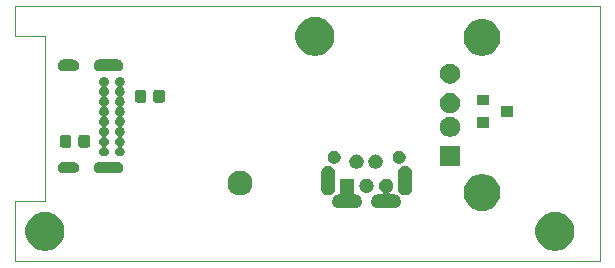
<source format=gbr>
G04 #@! TF.GenerationSoftware,KiCad,Pcbnew,(5.1.2)-1*
G04 #@! TF.CreationDate,2019-06-17T23:04:49-04:00*
G04 #@! TF.ProjectId,REV Type-C V2,52455620-5479-4706-952d-432056322e6b,rev?*
G04 #@! TF.SameCoordinates,Original*
G04 #@! TF.FileFunction,Soldermask,Bot*
G04 #@! TF.FilePolarity,Negative*
%FSLAX46Y46*%
G04 Gerber Fmt 4.6, Leading zero omitted, Abs format (unit mm)*
G04 Created by KiCad (PCBNEW (5.1.2)-1) date 2019-06-17 23:04:49*
%MOMM*%
%LPD*%
G04 APERTURE LIST*
%ADD10C,0.050000*%
%ADD11C,0.100000*%
G04 APERTURE END LIST*
D10*
X55880000Y-22860000D02*
X95250000Y-22860000D01*
X57150000Y-44450000D02*
X95250000Y-44450000D01*
X53340000Y-44450000D02*
X57150000Y-44450000D01*
X53340000Y-22860000D02*
X55880000Y-22860000D01*
X53340000Y-25400000D02*
X53340000Y-22860000D01*
X55880000Y-25400000D02*
X53340000Y-25400000D01*
X55880000Y-39370000D02*
X55880000Y-25400000D01*
X53340000Y-39370000D02*
X55880000Y-39370000D01*
X53340000Y-44450000D02*
X53340000Y-39370000D01*
X102870000Y-44450000D02*
X95250000Y-44450000D01*
X102870000Y-22860000D02*
X102870000Y-44450000D01*
X95250000Y-22860000D02*
X102870000Y-22860000D01*
D11*
G36*
X99435256Y-40301298D02*
G01*
X99541579Y-40322447D01*
X99842042Y-40446903D01*
X100112451Y-40627585D01*
X100342415Y-40857549D01*
X100523097Y-41127958D01*
X100647553Y-41428421D01*
X100711000Y-41747391D01*
X100711000Y-42072609D01*
X100647553Y-42391579D01*
X100523097Y-42692042D01*
X100342415Y-42962451D01*
X100112451Y-43192415D01*
X99842042Y-43373097D01*
X99541579Y-43497553D01*
X99435256Y-43518702D01*
X99222611Y-43561000D01*
X98897389Y-43561000D01*
X98684744Y-43518702D01*
X98578421Y-43497553D01*
X98277958Y-43373097D01*
X98007549Y-43192415D01*
X97777585Y-42962451D01*
X97596903Y-42692042D01*
X97472447Y-42391579D01*
X97409000Y-42072609D01*
X97409000Y-41747391D01*
X97472447Y-41428421D01*
X97596903Y-41127958D01*
X97777585Y-40857549D01*
X98007549Y-40627585D01*
X98277958Y-40446903D01*
X98578421Y-40322447D01*
X98684744Y-40301298D01*
X98897389Y-40259000D01*
X99222611Y-40259000D01*
X99435256Y-40301298D01*
X99435256Y-40301298D01*
G37*
G36*
X56255256Y-40301298D02*
G01*
X56361579Y-40322447D01*
X56662042Y-40446903D01*
X56932451Y-40627585D01*
X57162415Y-40857549D01*
X57343097Y-41127958D01*
X57467553Y-41428421D01*
X57531000Y-41747391D01*
X57531000Y-42072609D01*
X57467553Y-42391579D01*
X57343097Y-42692042D01*
X57162415Y-42962451D01*
X56932451Y-43192415D01*
X56662042Y-43373097D01*
X56361579Y-43497553D01*
X56255256Y-43518702D01*
X56042611Y-43561000D01*
X55717389Y-43561000D01*
X55504744Y-43518702D01*
X55398421Y-43497553D01*
X55097958Y-43373097D01*
X54827549Y-43192415D01*
X54597585Y-42962451D01*
X54416903Y-42692042D01*
X54292447Y-42391579D01*
X54229000Y-42072609D01*
X54229000Y-41747391D01*
X54292447Y-41428421D01*
X54416903Y-41127958D01*
X54597585Y-40857549D01*
X54827549Y-40627585D01*
X55097958Y-40446903D01*
X55398421Y-40322447D01*
X55504744Y-40301298D01*
X55717389Y-40259000D01*
X56042611Y-40259000D01*
X56255256Y-40301298D01*
X56255256Y-40301298D01*
G37*
G36*
X93182585Y-37108802D02*
G01*
X93332410Y-37138604D01*
X93614674Y-37255521D01*
X93868705Y-37425259D01*
X94084741Y-37641295D01*
X94254479Y-37895326D01*
X94371396Y-38177590D01*
X94395648Y-38299515D01*
X94431000Y-38477239D01*
X94431000Y-38782761D01*
X94425171Y-38812063D01*
X94371396Y-39082410D01*
X94254479Y-39364674D01*
X94084741Y-39618705D01*
X93868705Y-39834741D01*
X93614674Y-40004479D01*
X93332410Y-40121396D01*
X93182585Y-40151198D01*
X93032761Y-40181000D01*
X92727239Y-40181000D01*
X92577415Y-40151198D01*
X92427590Y-40121396D01*
X92145326Y-40004479D01*
X91891295Y-39834741D01*
X91675259Y-39618705D01*
X91505521Y-39364674D01*
X91388604Y-39082410D01*
X91334829Y-38812063D01*
X91329000Y-38782761D01*
X91329000Y-38477239D01*
X91364352Y-38299515D01*
X91388604Y-38177590D01*
X91505521Y-37895326D01*
X91675259Y-37641295D01*
X91891295Y-37425259D01*
X92145326Y-37255521D01*
X92427590Y-37138604D01*
X92577415Y-37108802D01*
X92727239Y-37079000D01*
X93032761Y-37079000D01*
X93182585Y-37108802D01*
X93182585Y-37108802D01*
G37*
G36*
X82061000Y-38647974D02*
G01*
X82063402Y-38672360D01*
X82070515Y-38695809D01*
X82082066Y-38717420D01*
X82097611Y-38736362D01*
X82116553Y-38751907D01*
X82138164Y-38763458D01*
X82161613Y-38770571D01*
X82173747Y-38772371D01*
X82227818Y-38777696D01*
X82341105Y-38812062D01*
X82445512Y-38867869D01*
X82537027Y-38942973D01*
X82612131Y-39034488D01*
X82667938Y-39138895D01*
X82702304Y-39252182D01*
X82713907Y-39370000D01*
X82702304Y-39487818D01*
X82667938Y-39601105D01*
X82612131Y-39705512D01*
X82537027Y-39797027D01*
X82445512Y-39872131D01*
X82341105Y-39927938D01*
X82227818Y-39962304D01*
X82139519Y-39971000D01*
X80780481Y-39971000D01*
X80692182Y-39962304D01*
X80578895Y-39927938D01*
X80474488Y-39872131D01*
X80382973Y-39797027D01*
X80307869Y-39705512D01*
X80252062Y-39601105D01*
X80217696Y-39487818D01*
X80206093Y-39370000D01*
X80217696Y-39252182D01*
X80252062Y-39138895D01*
X80307869Y-39034488D01*
X80382973Y-38942973D01*
X80474488Y-38867869D01*
X80578895Y-38812062D01*
X80692182Y-38777696D01*
X80746253Y-38772371D01*
X80770286Y-38767591D01*
X80792925Y-38758213D01*
X80813299Y-38744600D01*
X80830626Y-38727273D01*
X80844240Y-38706898D01*
X80853618Y-38684260D01*
X80858398Y-38660226D01*
X80859000Y-38647974D01*
X80859000Y-37444000D01*
X82061000Y-37444000D01*
X82061000Y-38647974D01*
X82061000Y-38647974D01*
G37*
G36*
X84896601Y-37459397D02*
G01*
X84935305Y-37467096D01*
X84967340Y-37480365D01*
X85044680Y-37512400D01*
X85143115Y-37578173D01*
X85226827Y-37661885D01*
X85292600Y-37760320D01*
X85337904Y-37869696D01*
X85361000Y-37985805D01*
X85361000Y-38104195D01*
X85337904Y-38220304D01*
X85292600Y-38329680D01*
X85226827Y-38428115D01*
X85143114Y-38511828D01*
X85100850Y-38540068D01*
X85081908Y-38555614D01*
X85066363Y-38574556D01*
X85054812Y-38596166D01*
X85047699Y-38619615D01*
X85045297Y-38644001D01*
X85047699Y-38668388D01*
X85054812Y-38691836D01*
X85066363Y-38713447D01*
X85081909Y-38732389D01*
X85100851Y-38747934D01*
X85122461Y-38759485D01*
X85145910Y-38766598D01*
X85170296Y-38769000D01*
X85439519Y-38769000D01*
X85527818Y-38777696D01*
X85641105Y-38812062D01*
X85745512Y-38867869D01*
X85837027Y-38942973D01*
X85912131Y-39034488D01*
X85967938Y-39138895D01*
X86002304Y-39252182D01*
X86013907Y-39370000D01*
X86002304Y-39487818D01*
X85967938Y-39601105D01*
X85912131Y-39705512D01*
X85837027Y-39797027D01*
X85745512Y-39872131D01*
X85641105Y-39927938D01*
X85527818Y-39962304D01*
X85439519Y-39971000D01*
X84080481Y-39971000D01*
X83992182Y-39962304D01*
X83878895Y-39927938D01*
X83774488Y-39872131D01*
X83682973Y-39797027D01*
X83607869Y-39705512D01*
X83552062Y-39601105D01*
X83517696Y-39487818D01*
X83506093Y-39370000D01*
X83517696Y-39252182D01*
X83552062Y-39138895D01*
X83607869Y-39034488D01*
X83682973Y-38942973D01*
X83774488Y-38867869D01*
X83878895Y-38812062D01*
X83992182Y-38777696D01*
X84080481Y-38769000D01*
X84349704Y-38769000D01*
X84374090Y-38766598D01*
X84397539Y-38759485D01*
X84419150Y-38747934D01*
X84438092Y-38732389D01*
X84453637Y-38713447D01*
X84465188Y-38691836D01*
X84472301Y-38668387D01*
X84474703Y-38644001D01*
X84472301Y-38619615D01*
X84465188Y-38596166D01*
X84453637Y-38574555D01*
X84438092Y-38555613D01*
X84419150Y-38540068D01*
X84376886Y-38511828D01*
X84293173Y-38428115D01*
X84227400Y-38329680D01*
X84182096Y-38220304D01*
X84159000Y-38104195D01*
X84159000Y-37985805D01*
X84182096Y-37869696D01*
X84227400Y-37760320D01*
X84293173Y-37661885D01*
X84376885Y-37578173D01*
X84475320Y-37512400D01*
X84552660Y-37480365D01*
X84584695Y-37467096D01*
X84623399Y-37459397D01*
X84700805Y-37444000D01*
X84819195Y-37444000D01*
X84896601Y-37459397D01*
X84896601Y-37459397D01*
G37*
G36*
X79977817Y-36377696D02*
G01*
X80091104Y-36412062D01*
X80195511Y-36467869D01*
X80195513Y-36467870D01*
X80195512Y-36467870D01*
X80287027Y-36542973D01*
X80350711Y-36620572D01*
X80362131Y-36634488D01*
X80417938Y-36738895D01*
X80452304Y-36852182D01*
X80461000Y-36940481D01*
X80461000Y-38299519D01*
X80452304Y-38387818D01*
X80417938Y-38501105D01*
X80362131Y-38605512D01*
X80287027Y-38697027D01*
X80195512Y-38772131D01*
X80091105Y-38827938D01*
X79977818Y-38862304D01*
X79860000Y-38873907D01*
X79742183Y-38862304D01*
X79628896Y-38827938D01*
X79524489Y-38772131D01*
X79432974Y-38697027D01*
X79357870Y-38605512D01*
X79302063Y-38501105D01*
X79267697Y-38387818D01*
X79259001Y-38299519D01*
X79259000Y-36940482D01*
X79267696Y-36852183D01*
X79302062Y-36738896D01*
X79357869Y-36634489D01*
X79408410Y-36572904D01*
X79432973Y-36542973D01*
X79524487Y-36467870D01*
X79524486Y-36467870D01*
X79524488Y-36467869D01*
X79628895Y-36412062D01*
X79742182Y-36377696D01*
X79860000Y-36366093D01*
X79977817Y-36377696D01*
X79977817Y-36377696D01*
G37*
G36*
X86477817Y-36377696D02*
G01*
X86591104Y-36412062D01*
X86695511Y-36467869D01*
X86695513Y-36467870D01*
X86695512Y-36467870D01*
X86787027Y-36542973D01*
X86850711Y-36620572D01*
X86862131Y-36634488D01*
X86917938Y-36738895D01*
X86952304Y-36852182D01*
X86961000Y-36940481D01*
X86961000Y-38299519D01*
X86952304Y-38387818D01*
X86917938Y-38501105D01*
X86862131Y-38605512D01*
X86787027Y-38697027D01*
X86695512Y-38772131D01*
X86591105Y-38827938D01*
X86477818Y-38862304D01*
X86360000Y-38873907D01*
X86242183Y-38862304D01*
X86128896Y-38827938D01*
X86024489Y-38772131D01*
X85932974Y-38697027D01*
X85857870Y-38605512D01*
X85802063Y-38501105D01*
X85767697Y-38387818D01*
X85759001Y-38299519D01*
X85759000Y-36940482D01*
X85767696Y-36852183D01*
X85802062Y-36738896D01*
X85857869Y-36634489D01*
X85908410Y-36572904D01*
X85932973Y-36542973D01*
X86024487Y-36467870D01*
X86024486Y-36467870D01*
X86024488Y-36467869D01*
X86128895Y-36412062D01*
X86242182Y-36377696D01*
X86360000Y-36366093D01*
X86477817Y-36377696D01*
X86477817Y-36377696D01*
G37*
G36*
X72696564Y-36809338D02*
G01*
X72887833Y-36888564D01*
X72887835Y-36888565D01*
X72965540Y-36940486D01*
X73059973Y-37003584D01*
X73206365Y-37149976D01*
X73321385Y-37322116D01*
X73400611Y-37513385D01*
X73441000Y-37716433D01*
X73441000Y-37923465D01*
X73400611Y-38126513D01*
X73361761Y-38220305D01*
X73321384Y-38317784D01*
X73206365Y-38489922D01*
X73059973Y-38636314D01*
X72887835Y-38751333D01*
X72887834Y-38751334D01*
X72887833Y-38751334D01*
X72696564Y-38830560D01*
X72493516Y-38870949D01*
X72286484Y-38870949D01*
X72083436Y-38830560D01*
X71892167Y-38751334D01*
X71892166Y-38751334D01*
X71892165Y-38751333D01*
X71720027Y-38636314D01*
X71573635Y-38489922D01*
X71458616Y-38317784D01*
X71418239Y-38220305D01*
X71379389Y-38126513D01*
X71339000Y-37923465D01*
X71339000Y-37716433D01*
X71379389Y-37513385D01*
X71458615Y-37322116D01*
X71573635Y-37149976D01*
X71720027Y-37003584D01*
X71814460Y-36940486D01*
X71892165Y-36888565D01*
X71892167Y-36888564D01*
X72083436Y-36809338D01*
X72286484Y-36768949D01*
X72493516Y-36768949D01*
X72696564Y-36809338D01*
X72696564Y-36809338D01*
G37*
G36*
X83246601Y-37459397D02*
G01*
X83285305Y-37467096D01*
X83317340Y-37480365D01*
X83394680Y-37512400D01*
X83493115Y-37578173D01*
X83576827Y-37661885D01*
X83642600Y-37760320D01*
X83687904Y-37869696D01*
X83711000Y-37985805D01*
X83711000Y-38104195D01*
X83687904Y-38220304D01*
X83642600Y-38329680D01*
X83576827Y-38428115D01*
X83493115Y-38511827D01*
X83394680Y-38577600D01*
X83317340Y-38609635D01*
X83285305Y-38622904D01*
X83246601Y-38630603D01*
X83169195Y-38646000D01*
X83050805Y-38646000D01*
X82973399Y-38630603D01*
X82934695Y-38622904D01*
X82902660Y-38609635D01*
X82825320Y-38577600D01*
X82726885Y-38511827D01*
X82643173Y-38428115D01*
X82577400Y-38329680D01*
X82532096Y-38220304D01*
X82509000Y-38104195D01*
X82509000Y-37985805D01*
X82532096Y-37869696D01*
X82577400Y-37760320D01*
X82643173Y-37661885D01*
X82726885Y-37578173D01*
X82825320Y-37512400D01*
X82902660Y-37480365D01*
X82934695Y-37467096D01*
X82973399Y-37459397D01*
X83050805Y-37444000D01*
X83169195Y-37444000D01*
X83246601Y-37459397D01*
X83246601Y-37459397D01*
G37*
G36*
X58368213Y-36016249D02*
G01*
X58462652Y-36044897D01*
X58549687Y-36091418D01*
X58625975Y-36154025D01*
X58688582Y-36230313D01*
X58735103Y-36317348D01*
X58763751Y-36411787D01*
X58773424Y-36510000D01*
X58763751Y-36608213D01*
X58735103Y-36702652D01*
X58688582Y-36789687D01*
X58625975Y-36865975D01*
X58549687Y-36928582D01*
X58462652Y-36975103D01*
X58368213Y-37003751D01*
X58294612Y-37011000D01*
X57445388Y-37011000D01*
X57371787Y-37003751D01*
X57277348Y-36975103D01*
X57190313Y-36928582D01*
X57114025Y-36865975D01*
X57051418Y-36789687D01*
X57004897Y-36702652D01*
X56976249Y-36608213D01*
X56966576Y-36510000D01*
X56976249Y-36411787D01*
X57004897Y-36317348D01*
X57051418Y-36230313D01*
X57114025Y-36154025D01*
X57190313Y-36091418D01*
X57277348Y-36044897D01*
X57371787Y-36016249D01*
X57445388Y-36009000D01*
X58294612Y-36009000D01*
X58368213Y-36016249D01*
X58368213Y-36016249D01*
G37*
G36*
X62098213Y-36016249D02*
G01*
X62192652Y-36044897D01*
X62279687Y-36091418D01*
X62355975Y-36154025D01*
X62418582Y-36230313D01*
X62465103Y-36317348D01*
X62493751Y-36411787D01*
X62503424Y-36510000D01*
X62493751Y-36608213D01*
X62465103Y-36702652D01*
X62418582Y-36789687D01*
X62355975Y-36865975D01*
X62279687Y-36928582D01*
X62192652Y-36975103D01*
X62098213Y-37003751D01*
X62024612Y-37011000D01*
X60475388Y-37011000D01*
X60401787Y-37003751D01*
X60307348Y-36975103D01*
X60220313Y-36928582D01*
X60144025Y-36865975D01*
X60081418Y-36789687D01*
X60034897Y-36702652D01*
X60006249Y-36608213D01*
X59996576Y-36510000D01*
X60006249Y-36411787D01*
X60034897Y-36317348D01*
X60081418Y-36230313D01*
X60144025Y-36154025D01*
X60220313Y-36091418D01*
X60307348Y-36044897D01*
X60401787Y-36016249D01*
X60475388Y-36009000D01*
X62024612Y-36009000D01*
X62098213Y-36016249D01*
X62098213Y-36016249D01*
G37*
G36*
X82396601Y-35409397D02*
G01*
X82435305Y-35417096D01*
X82467340Y-35430365D01*
X82544680Y-35462400D01*
X82643115Y-35528173D01*
X82726827Y-35611885D01*
X82792600Y-35710320D01*
X82837904Y-35819696D01*
X82861000Y-35935805D01*
X82861000Y-36054195D01*
X82837904Y-36170304D01*
X82792600Y-36279680D01*
X82726827Y-36378115D01*
X82643115Y-36461827D01*
X82544680Y-36527600D01*
X82467340Y-36559635D01*
X82435305Y-36572904D01*
X82396601Y-36580603D01*
X82319195Y-36596000D01*
X82200805Y-36596000D01*
X82123399Y-36580603D01*
X82084695Y-36572904D01*
X82052660Y-36559635D01*
X81975320Y-36527600D01*
X81876885Y-36461827D01*
X81793173Y-36378115D01*
X81727400Y-36279680D01*
X81682096Y-36170304D01*
X81659000Y-36054195D01*
X81659000Y-35935805D01*
X81682096Y-35819696D01*
X81727400Y-35710320D01*
X81793173Y-35611885D01*
X81876885Y-35528173D01*
X81975320Y-35462400D01*
X82052660Y-35430365D01*
X82084695Y-35417096D01*
X82123399Y-35409397D01*
X82200805Y-35394000D01*
X82319195Y-35394000D01*
X82396601Y-35409397D01*
X82396601Y-35409397D01*
G37*
G36*
X83996601Y-35409397D02*
G01*
X84035305Y-35417096D01*
X84067340Y-35430365D01*
X84144680Y-35462400D01*
X84243115Y-35528173D01*
X84326827Y-35611885D01*
X84392600Y-35710320D01*
X84437904Y-35819696D01*
X84461000Y-35935805D01*
X84461000Y-36054195D01*
X84437904Y-36170304D01*
X84392600Y-36279680D01*
X84326827Y-36378115D01*
X84243115Y-36461827D01*
X84144680Y-36527600D01*
X84067340Y-36559635D01*
X84035305Y-36572904D01*
X83996601Y-36580603D01*
X83919195Y-36596000D01*
X83800805Y-36596000D01*
X83723399Y-36580603D01*
X83684695Y-36572904D01*
X83652660Y-36559635D01*
X83575320Y-36527600D01*
X83476885Y-36461827D01*
X83393173Y-36378115D01*
X83327400Y-36279680D01*
X83282096Y-36170304D01*
X83259000Y-36054195D01*
X83259000Y-35935805D01*
X83282096Y-35819696D01*
X83327400Y-35710320D01*
X83393173Y-35611885D01*
X83476885Y-35528173D01*
X83575320Y-35462400D01*
X83652660Y-35430365D01*
X83684695Y-35417096D01*
X83723399Y-35409397D01*
X83800805Y-35394000D01*
X83919195Y-35394000D01*
X83996601Y-35409397D01*
X83996601Y-35409397D01*
G37*
G36*
X91021000Y-36411000D02*
G01*
X89319000Y-36411000D01*
X89319000Y-34709000D01*
X91021000Y-34709000D01*
X91021000Y-36411000D01*
X91021000Y-36411000D01*
G37*
G36*
X80520721Y-35095174D02*
G01*
X80620995Y-35136709D01*
X80620996Y-35136710D01*
X80711242Y-35197010D01*
X80787990Y-35273758D01*
X80790134Y-35276967D01*
X80848291Y-35364005D01*
X80889826Y-35464279D01*
X80911000Y-35570730D01*
X80911000Y-35679270D01*
X80889826Y-35785721D01*
X80848291Y-35885995D01*
X80848290Y-35885996D01*
X80787990Y-35976242D01*
X80711242Y-36052990D01*
X80665812Y-36083345D01*
X80620995Y-36113291D01*
X80520721Y-36154826D01*
X80414270Y-36176000D01*
X80305730Y-36176000D01*
X80199279Y-36154826D01*
X80099005Y-36113291D01*
X80054188Y-36083345D01*
X80008758Y-36052990D01*
X79932010Y-35976242D01*
X79871710Y-35885996D01*
X79871709Y-35885995D01*
X79830174Y-35785721D01*
X79809000Y-35679270D01*
X79809000Y-35570730D01*
X79830174Y-35464279D01*
X79871709Y-35364005D01*
X79929866Y-35276967D01*
X79932010Y-35273758D01*
X80008758Y-35197010D01*
X80099004Y-35136710D01*
X80099005Y-35136709D01*
X80199279Y-35095174D01*
X80305730Y-35074000D01*
X80414270Y-35074000D01*
X80520721Y-35095174D01*
X80520721Y-35095174D01*
G37*
G36*
X86020721Y-35095174D02*
G01*
X86120995Y-35136709D01*
X86120996Y-35136710D01*
X86211242Y-35197010D01*
X86287990Y-35273758D01*
X86290134Y-35276967D01*
X86348291Y-35364005D01*
X86389826Y-35464279D01*
X86411000Y-35570730D01*
X86411000Y-35679270D01*
X86389826Y-35785721D01*
X86348291Y-35885995D01*
X86348290Y-35885996D01*
X86287990Y-35976242D01*
X86211242Y-36052990D01*
X86165812Y-36083345D01*
X86120995Y-36113291D01*
X86020721Y-36154826D01*
X85914270Y-36176000D01*
X85805730Y-36176000D01*
X85699279Y-36154826D01*
X85599005Y-36113291D01*
X85554188Y-36083345D01*
X85508758Y-36052990D01*
X85432010Y-35976242D01*
X85371710Y-35885996D01*
X85371709Y-35885995D01*
X85330174Y-35785721D01*
X85309000Y-35679270D01*
X85309000Y-35570730D01*
X85330174Y-35464279D01*
X85371709Y-35364005D01*
X85429866Y-35276967D01*
X85432010Y-35273758D01*
X85508758Y-35197010D01*
X85599004Y-35136710D01*
X85599005Y-35136709D01*
X85699279Y-35095174D01*
X85805730Y-35074000D01*
X85914270Y-35074000D01*
X86020721Y-35095174D01*
X86020721Y-35095174D01*
G37*
G36*
X60958231Y-28816705D02*
G01*
X60996967Y-28824410D01*
X61027195Y-28836931D01*
X61069944Y-28854638D01*
X61135622Y-28898523D01*
X61191477Y-28954378D01*
X61235362Y-29020056D01*
X61265590Y-29093034D01*
X61281000Y-29170504D01*
X61281000Y-29249496D01*
X61265590Y-29326966D01*
X61235362Y-29399944D01*
X61191477Y-29465622D01*
X61135621Y-29521478D01*
X61121270Y-29531067D01*
X61102328Y-29546613D01*
X61086783Y-29565555D01*
X61075232Y-29587165D01*
X61068119Y-29610614D01*
X61065717Y-29635001D01*
X61068119Y-29659387D01*
X61075232Y-29682836D01*
X61086783Y-29704446D01*
X61102329Y-29723388D01*
X61121270Y-29738933D01*
X61135621Y-29748522D01*
X61191477Y-29804378D01*
X61235362Y-29870056D01*
X61265590Y-29943034D01*
X61281000Y-30020504D01*
X61281000Y-30099496D01*
X61265590Y-30176966D01*
X61235362Y-30249944D01*
X61191477Y-30315622D01*
X61135621Y-30371478D01*
X61121270Y-30381067D01*
X61102328Y-30396613D01*
X61086783Y-30415555D01*
X61075232Y-30437165D01*
X61068119Y-30460614D01*
X61065717Y-30485001D01*
X61068119Y-30509387D01*
X61075232Y-30532836D01*
X61086783Y-30554446D01*
X61102329Y-30573388D01*
X61121270Y-30588933D01*
X61135621Y-30598522D01*
X61191477Y-30654378D01*
X61235362Y-30720056D01*
X61265590Y-30793034D01*
X61281000Y-30870504D01*
X61281000Y-30949496D01*
X61275691Y-30976184D01*
X61269761Y-31006000D01*
X61265590Y-31026966D01*
X61235362Y-31099944D01*
X61191477Y-31165622D01*
X61135621Y-31221478D01*
X61121270Y-31231067D01*
X61102328Y-31246613D01*
X61086783Y-31265555D01*
X61075232Y-31287165D01*
X61068119Y-31310614D01*
X61065717Y-31335001D01*
X61068119Y-31359387D01*
X61075232Y-31382836D01*
X61086783Y-31404446D01*
X61102329Y-31423388D01*
X61121270Y-31438933D01*
X61135621Y-31448522D01*
X61191477Y-31504378D01*
X61235362Y-31570056D01*
X61265590Y-31643034D01*
X61281000Y-31720504D01*
X61281000Y-31799496D01*
X61265590Y-31876966D01*
X61235362Y-31949944D01*
X61191477Y-32015622D01*
X61135621Y-32071478D01*
X61121270Y-32081067D01*
X61102328Y-32096613D01*
X61086783Y-32115555D01*
X61075232Y-32137165D01*
X61068119Y-32160614D01*
X61065717Y-32185001D01*
X61068119Y-32209387D01*
X61075232Y-32232836D01*
X61086783Y-32254446D01*
X61102329Y-32273388D01*
X61121270Y-32288933D01*
X61135621Y-32298522D01*
X61191477Y-32354378D01*
X61235362Y-32420056D01*
X61253069Y-32462805D01*
X61265590Y-32493033D01*
X61270461Y-32517520D01*
X61281000Y-32570504D01*
X61281000Y-32649496D01*
X61265590Y-32726966D01*
X61235362Y-32799944D01*
X61191477Y-32865622D01*
X61135621Y-32921478D01*
X61121270Y-32931067D01*
X61102328Y-32946613D01*
X61086783Y-32965555D01*
X61075232Y-32987165D01*
X61068119Y-33010614D01*
X61065717Y-33035001D01*
X61068119Y-33059387D01*
X61075232Y-33082836D01*
X61086783Y-33104446D01*
X61102329Y-33123388D01*
X61121270Y-33138933D01*
X61135621Y-33148522D01*
X61191477Y-33204378D01*
X61235362Y-33270056D01*
X61265590Y-33343034D01*
X61281000Y-33420504D01*
X61281000Y-33499496D01*
X61265590Y-33576966D01*
X61235362Y-33649944D01*
X61191477Y-33715622D01*
X61135621Y-33771478D01*
X61121270Y-33781067D01*
X61102328Y-33796613D01*
X61086783Y-33815555D01*
X61075232Y-33837165D01*
X61068119Y-33860614D01*
X61065717Y-33885001D01*
X61068119Y-33909387D01*
X61075232Y-33932836D01*
X61086783Y-33954446D01*
X61102329Y-33973388D01*
X61121270Y-33988933D01*
X61135621Y-33998522D01*
X61191477Y-34054378D01*
X61235362Y-34120056D01*
X61265590Y-34193034D01*
X61281000Y-34270504D01*
X61281000Y-34349496D01*
X61265590Y-34426966D01*
X61235362Y-34499944D01*
X61191477Y-34565622D01*
X61135621Y-34621478D01*
X61121270Y-34631067D01*
X61102328Y-34646613D01*
X61086783Y-34665555D01*
X61075232Y-34687165D01*
X61068119Y-34710614D01*
X61065717Y-34735001D01*
X61068119Y-34759387D01*
X61075232Y-34782836D01*
X61086783Y-34804446D01*
X61102329Y-34823388D01*
X61121270Y-34838933D01*
X61135621Y-34848522D01*
X61191477Y-34904378D01*
X61235362Y-34970056D01*
X61265590Y-35043034D01*
X61281000Y-35120504D01*
X61281000Y-35199496D01*
X61265590Y-35276966D01*
X61235362Y-35349944D01*
X61191477Y-35415622D01*
X61135622Y-35471477D01*
X61069944Y-35515362D01*
X61039015Y-35528173D01*
X60996967Y-35545590D01*
X60958231Y-35553295D01*
X60919496Y-35561000D01*
X60840504Y-35561000D01*
X60801769Y-35553295D01*
X60763033Y-35545590D01*
X60720985Y-35528173D01*
X60690056Y-35515362D01*
X60624378Y-35471477D01*
X60568523Y-35415622D01*
X60524638Y-35349944D01*
X60494410Y-35276966D01*
X60479000Y-35199496D01*
X60479000Y-35120504D01*
X60494410Y-35043034D01*
X60524638Y-34970056D01*
X60568523Y-34904378D01*
X60624379Y-34848522D01*
X60638730Y-34838933D01*
X60657672Y-34823387D01*
X60673217Y-34804445D01*
X60684768Y-34782835D01*
X60691881Y-34759386D01*
X60694283Y-34734999D01*
X60691881Y-34710613D01*
X60684768Y-34687164D01*
X60673217Y-34665554D01*
X60657671Y-34646612D01*
X60638730Y-34631067D01*
X60624379Y-34621478D01*
X60568523Y-34565622D01*
X60524638Y-34499944D01*
X60494410Y-34426966D01*
X60479000Y-34349496D01*
X60479000Y-34270504D01*
X60494410Y-34193034D01*
X60524638Y-34120056D01*
X60568523Y-34054378D01*
X60624379Y-33998522D01*
X60638730Y-33988933D01*
X60657672Y-33973387D01*
X60673217Y-33954445D01*
X60684768Y-33932835D01*
X60691881Y-33909386D01*
X60694283Y-33884999D01*
X60691881Y-33860613D01*
X60684768Y-33837164D01*
X60673217Y-33815554D01*
X60657671Y-33796612D01*
X60638730Y-33781067D01*
X60624379Y-33771478D01*
X60568523Y-33715622D01*
X60524638Y-33649944D01*
X60494410Y-33576966D01*
X60479000Y-33499496D01*
X60479000Y-33420504D01*
X60494410Y-33343034D01*
X60524638Y-33270056D01*
X60568523Y-33204378D01*
X60624379Y-33148522D01*
X60638730Y-33138933D01*
X60657672Y-33123387D01*
X60673217Y-33104445D01*
X60684768Y-33082835D01*
X60691881Y-33059386D01*
X60694283Y-33034999D01*
X60691881Y-33010613D01*
X60684768Y-32987164D01*
X60673217Y-32965554D01*
X60657671Y-32946612D01*
X60638730Y-32931067D01*
X60624379Y-32921478D01*
X60568523Y-32865622D01*
X60524638Y-32799944D01*
X60494410Y-32726966D01*
X60479000Y-32649496D01*
X60479000Y-32570504D01*
X60489539Y-32517520D01*
X60494410Y-32493033D01*
X60506931Y-32462805D01*
X60524638Y-32420056D01*
X60568523Y-32354378D01*
X60624379Y-32298522D01*
X60638730Y-32288933D01*
X60657672Y-32273387D01*
X60673217Y-32254445D01*
X60684768Y-32232835D01*
X60691881Y-32209386D01*
X60694283Y-32184999D01*
X60691881Y-32160613D01*
X60684768Y-32137164D01*
X60673217Y-32115554D01*
X60657671Y-32096612D01*
X60638730Y-32081067D01*
X60624379Y-32071478D01*
X60568523Y-32015622D01*
X60524638Y-31949944D01*
X60494410Y-31876966D01*
X60479000Y-31799496D01*
X60479000Y-31720504D01*
X60494410Y-31643034D01*
X60524638Y-31570056D01*
X60568523Y-31504378D01*
X60624379Y-31448522D01*
X60638730Y-31438933D01*
X60657672Y-31423387D01*
X60673217Y-31404445D01*
X60684768Y-31382835D01*
X60691881Y-31359386D01*
X60694283Y-31334999D01*
X60691881Y-31310613D01*
X60684768Y-31287164D01*
X60673217Y-31265554D01*
X60657671Y-31246612D01*
X60638730Y-31231067D01*
X60624379Y-31221478D01*
X60568523Y-31165622D01*
X60524638Y-31099944D01*
X60494410Y-31026966D01*
X60490240Y-31006000D01*
X60484309Y-30976184D01*
X60479000Y-30949496D01*
X60479000Y-30870504D01*
X60494410Y-30793034D01*
X60524638Y-30720056D01*
X60568523Y-30654378D01*
X60624379Y-30598522D01*
X60638730Y-30588933D01*
X60657672Y-30573387D01*
X60673217Y-30554445D01*
X60684768Y-30532835D01*
X60691881Y-30509386D01*
X60694283Y-30484999D01*
X60691881Y-30460613D01*
X60684768Y-30437164D01*
X60673217Y-30415554D01*
X60657671Y-30396612D01*
X60638730Y-30381067D01*
X60624379Y-30371478D01*
X60568523Y-30315622D01*
X60524638Y-30249944D01*
X60494410Y-30176966D01*
X60479000Y-30099496D01*
X60479000Y-30020504D01*
X60494410Y-29943034D01*
X60524638Y-29870056D01*
X60568523Y-29804378D01*
X60624379Y-29748522D01*
X60638730Y-29738933D01*
X60657672Y-29723387D01*
X60673217Y-29704445D01*
X60684768Y-29682835D01*
X60691881Y-29659386D01*
X60694283Y-29634999D01*
X60691881Y-29610613D01*
X60684768Y-29587164D01*
X60673217Y-29565554D01*
X60657671Y-29546612D01*
X60638730Y-29531067D01*
X60624379Y-29521478D01*
X60568523Y-29465622D01*
X60524638Y-29399944D01*
X60494410Y-29326966D01*
X60479000Y-29249496D01*
X60479000Y-29170504D01*
X60494410Y-29093034D01*
X60524638Y-29020056D01*
X60568523Y-28954378D01*
X60624378Y-28898523D01*
X60690056Y-28854638D01*
X60732805Y-28836931D01*
X60763033Y-28824410D01*
X60801769Y-28816705D01*
X60840504Y-28809000D01*
X60919496Y-28809000D01*
X60958231Y-28816705D01*
X60958231Y-28816705D01*
G37*
G36*
X62308231Y-28816705D02*
G01*
X62346967Y-28824410D01*
X62377195Y-28836931D01*
X62419944Y-28854638D01*
X62485622Y-28898523D01*
X62541477Y-28954378D01*
X62585362Y-29020056D01*
X62615590Y-29093034D01*
X62631000Y-29170504D01*
X62631000Y-29249496D01*
X62615590Y-29326966D01*
X62585362Y-29399944D01*
X62541477Y-29465622D01*
X62485621Y-29521478D01*
X62471270Y-29531067D01*
X62452328Y-29546613D01*
X62436783Y-29565555D01*
X62425232Y-29587165D01*
X62418119Y-29610614D01*
X62415717Y-29635001D01*
X62418119Y-29659387D01*
X62425232Y-29682836D01*
X62436783Y-29704446D01*
X62452329Y-29723388D01*
X62471270Y-29738933D01*
X62485621Y-29748522D01*
X62541477Y-29804378D01*
X62585362Y-29870056D01*
X62615590Y-29943034D01*
X62631000Y-30020504D01*
X62631000Y-30099496D01*
X62615590Y-30176966D01*
X62585362Y-30249944D01*
X62541477Y-30315622D01*
X62485621Y-30371478D01*
X62471270Y-30381067D01*
X62452328Y-30396613D01*
X62436783Y-30415555D01*
X62425232Y-30437165D01*
X62418119Y-30460614D01*
X62415717Y-30485001D01*
X62418119Y-30509387D01*
X62425232Y-30532836D01*
X62436783Y-30554446D01*
X62452329Y-30573388D01*
X62471270Y-30588933D01*
X62485621Y-30598522D01*
X62541477Y-30654378D01*
X62585362Y-30720056D01*
X62615590Y-30793034D01*
X62631000Y-30870504D01*
X62631000Y-30949496D01*
X62625691Y-30976184D01*
X62619761Y-31006000D01*
X62615590Y-31026966D01*
X62585362Y-31099944D01*
X62541477Y-31165622D01*
X62485621Y-31221478D01*
X62471270Y-31231067D01*
X62452328Y-31246613D01*
X62436783Y-31265555D01*
X62425232Y-31287165D01*
X62418119Y-31310614D01*
X62415717Y-31335001D01*
X62418119Y-31359387D01*
X62425232Y-31382836D01*
X62436783Y-31404446D01*
X62452329Y-31423388D01*
X62471270Y-31438933D01*
X62485621Y-31448522D01*
X62541477Y-31504378D01*
X62585362Y-31570056D01*
X62615590Y-31643034D01*
X62631000Y-31720504D01*
X62631000Y-31799496D01*
X62615590Y-31876966D01*
X62585362Y-31949944D01*
X62541477Y-32015622D01*
X62485621Y-32071478D01*
X62471270Y-32081067D01*
X62452328Y-32096613D01*
X62436783Y-32115555D01*
X62425232Y-32137165D01*
X62418119Y-32160614D01*
X62415717Y-32185001D01*
X62418119Y-32209387D01*
X62425232Y-32232836D01*
X62436783Y-32254446D01*
X62452329Y-32273388D01*
X62471270Y-32288933D01*
X62485621Y-32298522D01*
X62541477Y-32354378D01*
X62585362Y-32420056D01*
X62603069Y-32462805D01*
X62615590Y-32493033D01*
X62620461Y-32517520D01*
X62631000Y-32570504D01*
X62631000Y-32649496D01*
X62615590Y-32726966D01*
X62585362Y-32799944D01*
X62541477Y-32865622D01*
X62485621Y-32921478D01*
X62471270Y-32931067D01*
X62452328Y-32946613D01*
X62436783Y-32965555D01*
X62425232Y-32987165D01*
X62418119Y-33010614D01*
X62415717Y-33035001D01*
X62418119Y-33059387D01*
X62425232Y-33082836D01*
X62436783Y-33104446D01*
X62452329Y-33123388D01*
X62471270Y-33138933D01*
X62485621Y-33148522D01*
X62541477Y-33204378D01*
X62585362Y-33270056D01*
X62615590Y-33343034D01*
X62631000Y-33420504D01*
X62631000Y-33499496D01*
X62615590Y-33576966D01*
X62585362Y-33649944D01*
X62541477Y-33715622D01*
X62485621Y-33771478D01*
X62471270Y-33781067D01*
X62452328Y-33796613D01*
X62436783Y-33815555D01*
X62425232Y-33837165D01*
X62418119Y-33860614D01*
X62415717Y-33885001D01*
X62418119Y-33909387D01*
X62425232Y-33932836D01*
X62436783Y-33954446D01*
X62452329Y-33973388D01*
X62471270Y-33988933D01*
X62485621Y-33998522D01*
X62541477Y-34054378D01*
X62585362Y-34120056D01*
X62615590Y-34193034D01*
X62631000Y-34270504D01*
X62631000Y-34349496D01*
X62615590Y-34426966D01*
X62585362Y-34499944D01*
X62541477Y-34565622D01*
X62485621Y-34621478D01*
X62471270Y-34631067D01*
X62452328Y-34646613D01*
X62436783Y-34665555D01*
X62425232Y-34687165D01*
X62418119Y-34710614D01*
X62415717Y-34735001D01*
X62418119Y-34759387D01*
X62425232Y-34782836D01*
X62436783Y-34804446D01*
X62452329Y-34823388D01*
X62471270Y-34838933D01*
X62485621Y-34848522D01*
X62541477Y-34904378D01*
X62585362Y-34970056D01*
X62615590Y-35043034D01*
X62631000Y-35120504D01*
X62631000Y-35199496D01*
X62615590Y-35276966D01*
X62585362Y-35349944D01*
X62541477Y-35415622D01*
X62485622Y-35471477D01*
X62419944Y-35515362D01*
X62389015Y-35528173D01*
X62346967Y-35545590D01*
X62308231Y-35553295D01*
X62269496Y-35561000D01*
X62190504Y-35561000D01*
X62151769Y-35553295D01*
X62113033Y-35545590D01*
X62070985Y-35528173D01*
X62040056Y-35515362D01*
X61974378Y-35471477D01*
X61918523Y-35415622D01*
X61874638Y-35349944D01*
X61844410Y-35276966D01*
X61829000Y-35199496D01*
X61829000Y-35120504D01*
X61844410Y-35043034D01*
X61874638Y-34970056D01*
X61918523Y-34904378D01*
X61974379Y-34848522D01*
X61988730Y-34838933D01*
X62007672Y-34823387D01*
X62023217Y-34804445D01*
X62034768Y-34782835D01*
X62041881Y-34759386D01*
X62044283Y-34734999D01*
X62041881Y-34710613D01*
X62034768Y-34687164D01*
X62023217Y-34665554D01*
X62007671Y-34646612D01*
X61988730Y-34631067D01*
X61974379Y-34621478D01*
X61918523Y-34565622D01*
X61874638Y-34499944D01*
X61844410Y-34426966D01*
X61829000Y-34349496D01*
X61829000Y-34270504D01*
X61844410Y-34193034D01*
X61874638Y-34120056D01*
X61918523Y-34054378D01*
X61974379Y-33998522D01*
X61988730Y-33988933D01*
X62007672Y-33973387D01*
X62023217Y-33954445D01*
X62034768Y-33932835D01*
X62041881Y-33909386D01*
X62044283Y-33884999D01*
X62041881Y-33860613D01*
X62034768Y-33837164D01*
X62023217Y-33815554D01*
X62007671Y-33796612D01*
X61988730Y-33781067D01*
X61974379Y-33771478D01*
X61918523Y-33715622D01*
X61874638Y-33649944D01*
X61844410Y-33576966D01*
X61829000Y-33499496D01*
X61829000Y-33420504D01*
X61844410Y-33343034D01*
X61874638Y-33270056D01*
X61918523Y-33204378D01*
X61974379Y-33148522D01*
X61988730Y-33138933D01*
X62007672Y-33123387D01*
X62023217Y-33104445D01*
X62034768Y-33082835D01*
X62041881Y-33059386D01*
X62044283Y-33034999D01*
X62041881Y-33010613D01*
X62034768Y-32987164D01*
X62023217Y-32965554D01*
X62007671Y-32946612D01*
X61988730Y-32931067D01*
X61974379Y-32921478D01*
X61918523Y-32865622D01*
X61874638Y-32799944D01*
X61844410Y-32726966D01*
X61829000Y-32649496D01*
X61829000Y-32570504D01*
X61839539Y-32517520D01*
X61844410Y-32493033D01*
X61856931Y-32462805D01*
X61874638Y-32420056D01*
X61918523Y-32354378D01*
X61974379Y-32298522D01*
X61988730Y-32288933D01*
X62007672Y-32273387D01*
X62023217Y-32254445D01*
X62034768Y-32232835D01*
X62041881Y-32209386D01*
X62044283Y-32184999D01*
X62041881Y-32160613D01*
X62034768Y-32137164D01*
X62023217Y-32115554D01*
X62007671Y-32096612D01*
X61988730Y-32081067D01*
X61974379Y-32071478D01*
X61918523Y-32015622D01*
X61874638Y-31949944D01*
X61844410Y-31876966D01*
X61829000Y-31799496D01*
X61829000Y-31720504D01*
X61844410Y-31643034D01*
X61874638Y-31570056D01*
X61918523Y-31504378D01*
X61974379Y-31448522D01*
X61988730Y-31438933D01*
X62007672Y-31423387D01*
X62023217Y-31404445D01*
X62034768Y-31382835D01*
X62041881Y-31359386D01*
X62044283Y-31334999D01*
X62041881Y-31310613D01*
X62034768Y-31287164D01*
X62023217Y-31265554D01*
X62007671Y-31246612D01*
X61988730Y-31231067D01*
X61974379Y-31221478D01*
X61918523Y-31165622D01*
X61874638Y-31099944D01*
X61844410Y-31026966D01*
X61840240Y-31006000D01*
X61834309Y-30976184D01*
X61829000Y-30949496D01*
X61829000Y-30870504D01*
X61844410Y-30793034D01*
X61874638Y-30720056D01*
X61918523Y-30654378D01*
X61974379Y-30598522D01*
X61988730Y-30588933D01*
X62007672Y-30573387D01*
X62023217Y-30554445D01*
X62034768Y-30532835D01*
X62041881Y-30509386D01*
X62044283Y-30484999D01*
X62041881Y-30460613D01*
X62034768Y-30437164D01*
X62023217Y-30415554D01*
X62007671Y-30396612D01*
X61988730Y-30381067D01*
X61974379Y-30371478D01*
X61918523Y-30315622D01*
X61874638Y-30249944D01*
X61844410Y-30176966D01*
X61829000Y-30099496D01*
X61829000Y-30020504D01*
X61844410Y-29943034D01*
X61874638Y-29870056D01*
X61918523Y-29804378D01*
X61974379Y-29748522D01*
X61988730Y-29738933D01*
X62007672Y-29723387D01*
X62023217Y-29704445D01*
X62034768Y-29682835D01*
X62041881Y-29659386D01*
X62044283Y-29634999D01*
X62041881Y-29610613D01*
X62034768Y-29587164D01*
X62023217Y-29565554D01*
X62007671Y-29546612D01*
X61988730Y-29531067D01*
X61974379Y-29521478D01*
X61918523Y-29465622D01*
X61874638Y-29399944D01*
X61844410Y-29326966D01*
X61829000Y-29249496D01*
X61829000Y-29170504D01*
X61844410Y-29093034D01*
X61874638Y-29020056D01*
X61918523Y-28954378D01*
X61974378Y-28898523D01*
X62040056Y-28854638D01*
X62082805Y-28836931D01*
X62113033Y-28824410D01*
X62151769Y-28816705D01*
X62190504Y-28809000D01*
X62269496Y-28809000D01*
X62308231Y-28816705D01*
X62308231Y-28816705D01*
G37*
G36*
X57974591Y-33768085D02*
G01*
X58008569Y-33778393D01*
X58039890Y-33795134D01*
X58067339Y-33817661D01*
X58089866Y-33845110D01*
X58106607Y-33876431D01*
X58116915Y-33910409D01*
X58121000Y-33951890D01*
X58121000Y-34628110D01*
X58116915Y-34669591D01*
X58106607Y-34703569D01*
X58089866Y-34734890D01*
X58067339Y-34762339D01*
X58039890Y-34784866D01*
X58008569Y-34801607D01*
X57974591Y-34811915D01*
X57933110Y-34816000D01*
X57331890Y-34816000D01*
X57290409Y-34811915D01*
X57256431Y-34801607D01*
X57225110Y-34784866D01*
X57197661Y-34762339D01*
X57175134Y-34734890D01*
X57158393Y-34703569D01*
X57148085Y-34669591D01*
X57144000Y-34628110D01*
X57144000Y-33951890D01*
X57148085Y-33910409D01*
X57158393Y-33876431D01*
X57175134Y-33845110D01*
X57197661Y-33817661D01*
X57225110Y-33795134D01*
X57256431Y-33778393D01*
X57290409Y-33768085D01*
X57331890Y-33764000D01*
X57933110Y-33764000D01*
X57974591Y-33768085D01*
X57974591Y-33768085D01*
G37*
G36*
X59549591Y-33768085D02*
G01*
X59583569Y-33778393D01*
X59614890Y-33795134D01*
X59642339Y-33817661D01*
X59664866Y-33845110D01*
X59681607Y-33876431D01*
X59691915Y-33910409D01*
X59696000Y-33951890D01*
X59696000Y-34628110D01*
X59691915Y-34669591D01*
X59681607Y-34703569D01*
X59664866Y-34734890D01*
X59642339Y-34762339D01*
X59614890Y-34784866D01*
X59583569Y-34801607D01*
X59549591Y-34811915D01*
X59508110Y-34816000D01*
X58906890Y-34816000D01*
X58865409Y-34811915D01*
X58831431Y-34801607D01*
X58800110Y-34784866D01*
X58772661Y-34762339D01*
X58750134Y-34734890D01*
X58733393Y-34703569D01*
X58723085Y-34669591D01*
X58719000Y-34628110D01*
X58719000Y-33951890D01*
X58723085Y-33910409D01*
X58733393Y-33876431D01*
X58750134Y-33845110D01*
X58772661Y-33817661D01*
X58800110Y-33795134D01*
X58831431Y-33778393D01*
X58865409Y-33768085D01*
X58906890Y-33764000D01*
X59508110Y-33764000D01*
X59549591Y-33768085D01*
X59549591Y-33768085D01*
G37*
G36*
X90418228Y-32241703D02*
G01*
X90573100Y-32305853D01*
X90712481Y-32398985D01*
X90831015Y-32517519D01*
X90924147Y-32656900D01*
X90988297Y-32811772D01*
X91021000Y-32976184D01*
X91021000Y-33143816D01*
X90988297Y-33308228D01*
X90924147Y-33463100D01*
X90831015Y-33602481D01*
X90712481Y-33721015D01*
X90573100Y-33814147D01*
X90418228Y-33878297D01*
X90253816Y-33911000D01*
X90086184Y-33911000D01*
X89921772Y-33878297D01*
X89766900Y-33814147D01*
X89627519Y-33721015D01*
X89508985Y-33602481D01*
X89415853Y-33463100D01*
X89351703Y-33308228D01*
X89319000Y-33143816D01*
X89319000Y-32976184D01*
X89351703Y-32811772D01*
X89415853Y-32656900D01*
X89508985Y-32517519D01*
X89627519Y-32398985D01*
X89766900Y-32305853D01*
X89921772Y-32241703D01*
X90086184Y-32209000D01*
X90253816Y-32209000D01*
X90418228Y-32241703D01*
X90418228Y-32241703D01*
G37*
G36*
X93481000Y-33151000D02*
G01*
X92479000Y-33151000D01*
X92479000Y-32249000D01*
X93481000Y-32249000D01*
X93481000Y-33151000D01*
X93481000Y-33151000D01*
G37*
G36*
X95481000Y-32201000D02*
G01*
X94479000Y-32201000D01*
X94479000Y-31299000D01*
X95481000Y-31299000D01*
X95481000Y-32201000D01*
X95481000Y-32201000D01*
G37*
G36*
X90418228Y-30241703D02*
G01*
X90573100Y-30305853D01*
X90712481Y-30398985D01*
X90831015Y-30517519D01*
X90924147Y-30656900D01*
X90988297Y-30811772D01*
X91021000Y-30976184D01*
X91021000Y-31143816D01*
X90988297Y-31308228D01*
X90924147Y-31463100D01*
X90831015Y-31602481D01*
X90712481Y-31721015D01*
X90573100Y-31814147D01*
X90418228Y-31878297D01*
X90253816Y-31911000D01*
X90086184Y-31911000D01*
X89921772Y-31878297D01*
X89766900Y-31814147D01*
X89627519Y-31721015D01*
X89508985Y-31602481D01*
X89415853Y-31463100D01*
X89351703Y-31308228D01*
X89319000Y-31143816D01*
X89319000Y-30976184D01*
X89351703Y-30811772D01*
X89415853Y-30656900D01*
X89508985Y-30517519D01*
X89627519Y-30398985D01*
X89766900Y-30305853D01*
X89921772Y-30241703D01*
X90086184Y-30209000D01*
X90253816Y-30209000D01*
X90418228Y-30241703D01*
X90418228Y-30241703D01*
G37*
G36*
X93481000Y-31251000D02*
G01*
X92479000Y-31251000D01*
X92479000Y-30349000D01*
X93481000Y-30349000D01*
X93481000Y-31251000D01*
X93481000Y-31251000D01*
G37*
G36*
X65899591Y-29958085D02*
G01*
X65933569Y-29968393D01*
X65964890Y-29985134D01*
X65992339Y-30007661D01*
X66014866Y-30035110D01*
X66031607Y-30066431D01*
X66041915Y-30100409D01*
X66046000Y-30141890D01*
X66046000Y-30818110D01*
X66041915Y-30859591D01*
X66031607Y-30893569D01*
X66014866Y-30924890D01*
X65992339Y-30952339D01*
X65964890Y-30974866D01*
X65933569Y-30991607D01*
X65899591Y-31001915D01*
X65858110Y-31006000D01*
X65256890Y-31006000D01*
X65215409Y-31001915D01*
X65181431Y-30991607D01*
X65150110Y-30974866D01*
X65122661Y-30952339D01*
X65100134Y-30924890D01*
X65083393Y-30893569D01*
X65073085Y-30859591D01*
X65069000Y-30818110D01*
X65069000Y-30141890D01*
X65073085Y-30100409D01*
X65083393Y-30066431D01*
X65100134Y-30035110D01*
X65122661Y-30007661D01*
X65150110Y-29985134D01*
X65181431Y-29968393D01*
X65215409Y-29958085D01*
X65256890Y-29954000D01*
X65858110Y-29954000D01*
X65899591Y-29958085D01*
X65899591Y-29958085D01*
G37*
G36*
X64324591Y-29958085D02*
G01*
X64358569Y-29968393D01*
X64389890Y-29985134D01*
X64417339Y-30007661D01*
X64439866Y-30035110D01*
X64456607Y-30066431D01*
X64466915Y-30100409D01*
X64471000Y-30141890D01*
X64471000Y-30818110D01*
X64466915Y-30859591D01*
X64456607Y-30893569D01*
X64439866Y-30924890D01*
X64417339Y-30952339D01*
X64389890Y-30974866D01*
X64358569Y-30991607D01*
X64324591Y-31001915D01*
X64283110Y-31006000D01*
X63681890Y-31006000D01*
X63640409Y-31001915D01*
X63606431Y-30991607D01*
X63575110Y-30974866D01*
X63547661Y-30952339D01*
X63525134Y-30924890D01*
X63508393Y-30893569D01*
X63498085Y-30859591D01*
X63494000Y-30818110D01*
X63494000Y-30141890D01*
X63498085Y-30100409D01*
X63508393Y-30066431D01*
X63525134Y-30035110D01*
X63547661Y-30007661D01*
X63575110Y-29985134D01*
X63606431Y-29968393D01*
X63640409Y-29958085D01*
X63681890Y-29954000D01*
X64283110Y-29954000D01*
X64324591Y-29958085D01*
X64324591Y-29958085D01*
G37*
G36*
X90418228Y-27741703D02*
G01*
X90573100Y-27805853D01*
X90712481Y-27898985D01*
X90831015Y-28017519D01*
X90924147Y-28156900D01*
X90988297Y-28311772D01*
X91021000Y-28476184D01*
X91021000Y-28643816D01*
X90988297Y-28808228D01*
X90924147Y-28963100D01*
X90831015Y-29102481D01*
X90712481Y-29221015D01*
X90573100Y-29314147D01*
X90418228Y-29378297D01*
X90253816Y-29411000D01*
X90086184Y-29411000D01*
X89921772Y-29378297D01*
X89766900Y-29314147D01*
X89627519Y-29221015D01*
X89508985Y-29102481D01*
X89415853Y-28963100D01*
X89351703Y-28808228D01*
X89319000Y-28643816D01*
X89319000Y-28476184D01*
X89351703Y-28311772D01*
X89415853Y-28156900D01*
X89508985Y-28017519D01*
X89627519Y-27898985D01*
X89766900Y-27805853D01*
X89921772Y-27741703D01*
X90086184Y-27709000D01*
X90253816Y-27709000D01*
X90418228Y-27741703D01*
X90418228Y-27741703D01*
G37*
G36*
X62098213Y-27366249D02*
G01*
X62192652Y-27394897D01*
X62279687Y-27441418D01*
X62355975Y-27504025D01*
X62418582Y-27580313D01*
X62465103Y-27667348D01*
X62493751Y-27761787D01*
X62503424Y-27860000D01*
X62493751Y-27958213D01*
X62465103Y-28052652D01*
X62418582Y-28139687D01*
X62355975Y-28215975D01*
X62279687Y-28278582D01*
X62192652Y-28325103D01*
X62098213Y-28353751D01*
X62024612Y-28361000D01*
X60475388Y-28361000D01*
X60401787Y-28353751D01*
X60307348Y-28325103D01*
X60220313Y-28278582D01*
X60144025Y-28215975D01*
X60081418Y-28139687D01*
X60034897Y-28052652D01*
X60006249Y-27958213D01*
X59996576Y-27860000D01*
X60006249Y-27761787D01*
X60034897Y-27667348D01*
X60081418Y-27580313D01*
X60144025Y-27504025D01*
X60220313Y-27441418D01*
X60307348Y-27394897D01*
X60401787Y-27366249D01*
X60475388Y-27359000D01*
X62024612Y-27359000D01*
X62098213Y-27366249D01*
X62098213Y-27366249D01*
G37*
G36*
X58368213Y-27366249D02*
G01*
X58462652Y-27394897D01*
X58549687Y-27441418D01*
X58625975Y-27504025D01*
X58688582Y-27580313D01*
X58735103Y-27667348D01*
X58763751Y-27761787D01*
X58773424Y-27860000D01*
X58763751Y-27958213D01*
X58735103Y-28052652D01*
X58688582Y-28139687D01*
X58625975Y-28215975D01*
X58549687Y-28278582D01*
X58462652Y-28325103D01*
X58368213Y-28353751D01*
X58294612Y-28361000D01*
X57445388Y-28361000D01*
X57371787Y-28353751D01*
X57277348Y-28325103D01*
X57190313Y-28278582D01*
X57114025Y-28215975D01*
X57051418Y-28139687D01*
X57004897Y-28052652D01*
X56976249Y-27958213D01*
X56966576Y-27860000D01*
X56976249Y-27761787D01*
X57004897Y-27667348D01*
X57051418Y-27580313D01*
X57114025Y-27504025D01*
X57190313Y-27441418D01*
X57277348Y-27394897D01*
X57371787Y-27366249D01*
X57445388Y-27359000D01*
X58294612Y-27359000D01*
X58368213Y-27366249D01*
X58368213Y-27366249D01*
G37*
G36*
X79115256Y-23791298D02*
G01*
X79221579Y-23812447D01*
X79522042Y-23936903D01*
X79792451Y-24117585D01*
X80022415Y-24347549D01*
X80203097Y-24617958D01*
X80327553Y-24918421D01*
X80391000Y-25237391D01*
X80391000Y-25562609D01*
X80327553Y-25881579D01*
X80203097Y-26182042D01*
X80022415Y-26452451D01*
X79792451Y-26682415D01*
X79522042Y-26863097D01*
X79221579Y-26987553D01*
X79115256Y-27008702D01*
X78902611Y-27051000D01*
X78577389Y-27051000D01*
X78364744Y-27008702D01*
X78258421Y-26987553D01*
X77957958Y-26863097D01*
X77687549Y-26682415D01*
X77457585Y-26452451D01*
X77276903Y-26182042D01*
X77152447Y-25881579D01*
X77089000Y-25562609D01*
X77089000Y-25237391D01*
X77152447Y-24918421D01*
X77276903Y-24617958D01*
X77457585Y-24347549D01*
X77687549Y-24117585D01*
X77957958Y-23936903D01*
X78258421Y-23812447D01*
X78364744Y-23791298D01*
X78577389Y-23749000D01*
X78902611Y-23749000D01*
X79115256Y-23791298D01*
X79115256Y-23791298D01*
G37*
G36*
X93182585Y-23968802D02*
G01*
X93332410Y-23998604D01*
X93614674Y-24115521D01*
X93868705Y-24285259D01*
X94084741Y-24501295D01*
X94254479Y-24755326D01*
X94371396Y-25037590D01*
X94431000Y-25337240D01*
X94431000Y-25642760D01*
X94371396Y-25942410D01*
X94254479Y-26224674D01*
X94084741Y-26478705D01*
X93868705Y-26694741D01*
X93614674Y-26864479D01*
X93332410Y-26981396D01*
X93182585Y-27011198D01*
X93032761Y-27041000D01*
X92727239Y-27041000D01*
X92577415Y-27011198D01*
X92427590Y-26981396D01*
X92145326Y-26864479D01*
X91891295Y-26694741D01*
X91675259Y-26478705D01*
X91505521Y-26224674D01*
X91388604Y-25942410D01*
X91329000Y-25642760D01*
X91329000Y-25337240D01*
X91388604Y-25037590D01*
X91505521Y-24755326D01*
X91675259Y-24501295D01*
X91891295Y-24285259D01*
X92145326Y-24115521D01*
X92427590Y-23998604D01*
X92577415Y-23968802D01*
X92727239Y-23939000D01*
X93032761Y-23939000D01*
X93182585Y-23968802D01*
X93182585Y-23968802D01*
G37*
M02*

</source>
